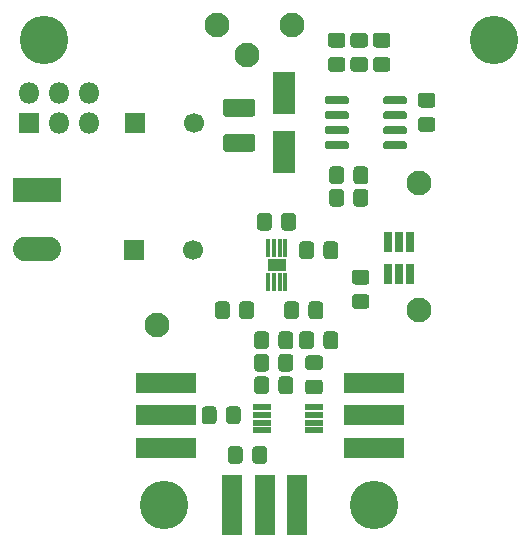
<source format=gbr>
%TF.GenerationSoftware,KiCad,Pcbnew,(5.1.6-0-10_14)*%
%TF.CreationDate,2021-01-28T16:47:55-08:00*%
%TF.ProjectId,TIADevBoard,54494144-6576-4426-9f61-72642e6b6963,rev?*%
%TF.SameCoordinates,Original*%
%TF.FileFunction,Soldermask,Top*%
%TF.FilePolarity,Negative*%
%FSLAX46Y46*%
G04 Gerber Fmt 4.6, Leading zero omitted, Abs format (unit mm)*
G04 Created by KiCad (PCBNEW (5.1.6-0-10_14)) date 2021-01-28 16:47:55*
%MOMM*%
%LPD*%
G01*
G04 APERTURE LIST*
%ADD10R,1.700000X5.180000*%
%ADD11O,1.800000X1.800000*%
%ADD12R,1.800000X1.800000*%
%ADD13C,2.100000*%
%ADD14R,1.600000X1.100000*%
%ADD15R,0.380000X1.500000*%
%ADD16R,0.400000X1.500000*%
%ADD17O,4.060000X2.080000*%
%ADD18R,4.060000X2.080000*%
%ADD19R,0.750000X1.660000*%
%ADD20R,1.550000X0.550000*%
%ADD21R,5.180000X1.700000*%
%ADD22C,4.100000*%
%ADD23R,1.900000X3.600000*%
%ADD24C,1.700000*%
%ADD25R,1.700000X1.700000*%
G04 APERTURE END LIST*
D10*
%TO.C,J5*%
X95099000Y-109225500D03*
X89559000Y-109225500D03*
X92329000Y-109225500D03*
%TD*%
D11*
%TO.C,J4*%
X77470000Y-74295000D03*
X77470000Y-76835000D03*
X74930000Y-74295000D03*
X74930000Y-76835000D03*
X72390000Y-74295000D03*
D12*
X72390000Y-76835000D03*
%TD*%
D13*
%TO.C,TP6*%
X88265000Y-68580000D03*
%TD*%
%TO.C,TP5*%
X105410000Y-81915000D03*
%TD*%
%TO.C,TP4*%
X83185000Y-93980000D03*
%TD*%
%TO.C,TP3*%
X90805000Y-71120000D03*
%TD*%
%TO.C,TP2*%
X94615000Y-68580000D03*
%TD*%
%TO.C,TP1*%
X105410000Y-92710000D03*
%TD*%
%TO.C,C13*%
G36*
G01*
X99978738Y-91341000D02*
X100935262Y-91341000D01*
G75*
G02*
X101207000Y-91612738I0J-271738D01*
G01*
X101207000Y-92319262D01*
G75*
G02*
X100935262Y-92591000I-271738J0D01*
G01*
X99978738Y-92591000D01*
G75*
G02*
X99707000Y-92319262I0J271738D01*
G01*
X99707000Y-91612738D01*
G75*
G02*
X99978738Y-91341000I271738J0D01*
G01*
G37*
G36*
G01*
X99978738Y-89291000D02*
X100935262Y-89291000D01*
G75*
G02*
X101207000Y-89562738I0J-271738D01*
G01*
X101207000Y-90269262D01*
G75*
G02*
X100935262Y-90541000I-271738J0D01*
G01*
X99978738Y-90541000D01*
G75*
G02*
X99707000Y-90269262I0J271738D01*
G01*
X99707000Y-89562738D01*
G75*
G02*
X99978738Y-89291000I271738J0D01*
G01*
G37*
%TD*%
D14*
%TO.C,U4*%
X93345000Y-88900000D03*
D15*
X92595000Y-87475000D03*
X93095000Y-87475000D03*
X93595000Y-87475000D03*
X94095000Y-87475000D03*
X94095000Y-90325000D03*
X93595000Y-90325000D03*
X93095000Y-90325000D03*
D16*
X92595000Y-90325000D03*
%TD*%
%TO.C,C12*%
G36*
G01*
X90477500Y-104487238D02*
X90477500Y-105443762D01*
G75*
G02*
X90205762Y-105715500I-271738J0D01*
G01*
X89499238Y-105715500D01*
G75*
G02*
X89227500Y-105443762I0J271738D01*
G01*
X89227500Y-104487238D01*
G75*
G02*
X89499238Y-104215500I271738J0D01*
G01*
X90205762Y-104215500D01*
G75*
G02*
X90477500Y-104487238I0J-271738D01*
G01*
G37*
G36*
G01*
X92527500Y-104487238D02*
X92527500Y-105443762D01*
G75*
G02*
X92255762Y-105715500I-271738J0D01*
G01*
X91549238Y-105715500D01*
G75*
G02*
X91277500Y-105443762I0J271738D01*
G01*
X91277500Y-104487238D01*
G75*
G02*
X91549238Y-104215500I271738J0D01*
G01*
X92255762Y-104215500D01*
G75*
G02*
X92527500Y-104487238I0J-271738D01*
G01*
G37*
%TD*%
%TO.C,C11*%
G36*
G01*
X96041738Y-98580000D02*
X96998262Y-98580000D01*
G75*
G02*
X97270000Y-98851738I0J-271738D01*
G01*
X97270000Y-99558262D01*
G75*
G02*
X96998262Y-99830000I-271738J0D01*
G01*
X96041738Y-99830000D01*
G75*
G02*
X95770000Y-99558262I0J271738D01*
G01*
X95770000Y-98851738D01*
G75*
G02*
X96041738Y-98580000I271738J0D01*
G01*
G37*
G36*
G01*
X96041738Y-96530000D02*
X96998262Y-96530000D01*
G75*
G02*
X97270000Y-96801738I0J-271738D01*
G01*
X97270000Y-97508262D01*
G75*
G02*
X96998262Y-97780000I-271738J0D01*
G01*
X96041738Y-97780000D01*
G75*
G02*
X95770000Y-97508262I0J271738D01*
G01*
X95770000Y-96801738D01*
G75*
G02*
X96041738Y-96530000I271738J0D01*
G01*
G37*
%TD*%
D17*
%TO.C,J1*%
X73025000Y-87550000D03*
D18*
X73025000Y-82550000D03*
%TD*%
D19*
%TO.C,U3*%
X103693000Y-86962000D03*
X102743000Y-86962000D03*
X104643000Y-86962000D03*
X104643000Y-89662000D03*
X103693000Y-89662000D03*
X102743000Y-89662000D03*
%TD*%
D20*
%TO.C,U2*%
X96475000Y-100935000D03*
X96475000Y-101585000D03*
X96475000Y-102235000D03*
X96475000Y-102885000D03*
X92075000Y-102885000D03*
X92075000Y-102235000D03*
X92075000Y-101585000D03*
X92075000Y-100935000D03*
%TD*%
%TO.C,U1*%
G36*
G01*
X102350000Y-75105000D02*
X102350000Y-74755000D01*
G75*
G02*
X102525000Y-74580000I175000J0D01*
G01*
X104225000Y-74580000D01*
G75*
G02*
X104400000Y-74755000I0J-175000D01*
G01*
X104400000Y-75105000D01*
G75*
G02*
X104225000Y-75280000I-175000J0D01*
G01*
X102525000Y-75280000D01*
G75*
G02*
X102350000Y-75105000I0J175000D01*
G01*
G37*
G36*
G01*
X102350000Y-76375000D02*
X102350000Y-76025000D01*
G75*
G02*
X102525000Y-75850000I175000J0D01*
G01*
X104225000Y-75850000D01*
G75*
G02*
X104400000Y-76025000I0J-175000D01*
G01*
X104400000Y-76375000D01*
G75*
G02*
X104225000Y-76550000I-175000J0D01*
G01*
X102525000Y-76550000D01*
G75*
G02*
X102350000Y-76375000I0J175000D01*
G01*
G37*
G36*
G01*
X102350000Y-77645000D02*
X102350000Y-77295000D01*
G75*
G02*
X102525000Y-77120000I175000J0D01*
G01*
X104225000Y-77120000D01*
G75*
G02*
X104400000Y-77295000I0J-175000D01*
G01*
X104400000Y-77645000D01*
G75*
G02*
X104225000Y-77820000I-175000J0D01*
G01*
X102525000Y-77820000D01*
G75*
G02*
X102350000Y-77645000I0J175000D01*
G01*
G37*
G36*
G01*
X102350000Y-78915000D02*
X102350000Y-78565000D01*
G75*
G02*
X102525000Y-78390000I175000J0D01*
G01*
X104225000Y-78390000D01*
G75*
G02*
X104400000Y-78565000I0J-175000D01*
G01*
X104400000Y-78915000D01*
G75*
G02*
X104225000Y-79090000I-175000J0D01*
G01*
X102525000Y-79090000D01*
G75*
G02*
X102350000Y-78915000I0J175000D01*
G01*
G37*
G36*
G01*
X97400000Y-78915000D02*
X97400000Y-78565000D01*
G75*
G02*
X97575000Y-78390000I175000J0D01*
G01*
X99275000Y-78390000D01*
G75*
G02*
X99450000Y-78565000I0J-175000D01*
G01*
X99450000Y-78915000D01*
G75*
G02*
X99275000Y-79090000I-175000J0D01*
G01*
X97575000Y-79090000D01*
G75*
G02*
X97400000Y-78915000I0J175000D01*
G01*
G37*
G36*
G01*
X97400000Y-77645000D02*
X97400000Y-77295000D01*
G75*
G02*
X97575000Y-77120000I175000J0D01*
G01*
X99275000Y-77120000D01*
G75*
G02*
X99450000Y-77295000I0J-175000D01*
G01*
X99450000Y-77645000D01*
G75*
G02*
X99275000Y-77820000I-175000J0D01*
G01*
X97575000Y-77820000D01*
G75*
G02*
X97400000Y-77645000I0J175000D01*
G01*
G37*
G36*
G01*
X97400000Y-76375000D02*
X97400000Y-76025000D01*
G75*
G02*
X97575000Y-75850000I175000J0D01*
G01*
X99275000Y-75850000D01*
G75*
G02*
X99450000Y-76025000I0J-175000D01*
G01*
X99450000Y-76375000D01*
G75*
G02*
X99275000Y-76550000I-175000J0D01*
G01*
X97575000Y-76550000D01*
G75*
G02*
X97400000Y-76375000I0J175000D01*
G01*
G37*
G36*
G01*
X97400000Y-75105000D02*
X97400000Y-74755000D01*
G75*
G02*
X97575000Y-74580000I175000J0D01*
G01*
X99275000Y-74580000D01*
G75*
G02*
X99450000Y-74755000I0J-175000D01*
G01*
X99450000Y-75105000D01*
G75*
G02*
X99275000Y-75280000I-175000J0D01*
G01*
X97575000Y-75280000D01*
G75*
G02*
X97400000Y-75105000I0J175000D01*
G01*
G37*
%TD*%
%TO.C,RSNS1*%
G36*
G01*
X105566738Y-76355000D02*
X106523262Y-76355000D01*
G75*
G02*
X106795000Y-76626738I0J-271738D01*
G01*
X106795000Y-77333262D01*
G75*
G02*
X106523262Y-77605000I-271738J0D01*
G01*
X105566738Y-77605000D01*
G75*
G02*
X105295000Y-77333262I0J271738D01*
G01*
X105295000Y-76626738D01*
G75*
G02*
X105566738Y-76355000I271738J0D01*
G01*
G37*
G36*
G01*
X105566738Y-74305000D02*
X106523262Y-74305000D01*
G75*
G02*
X106795000Y-74576738I0J-271738D01*
G01*
X106795000Y-75283262D01*
G75*
G02*
X106523262Y-75555000I-271738J0D01*
G01*
X105566738Y-75555000D01*
G75*
G02*
X105295000Y-75283262I0J271738D01*
G01*
X105295000Y-74576738D01*
G75*
G02*
X105566738Y-74305000I271738J0D01*
G01*
G37*
%TD*%
%TO.C,R6*%
G36*
G01*
X93500000Y-95728262D02*
X93500000Y-94771738D01*
G75*
G02*
X93771738Y-94500000I271738J0D01*
G01*
X94478262Y-94500000D01*
G75*
G02*
X94750000Y-94771738I0J-271738D01*
G01*
X94750000Y-95728262D01*
G75*
G02*
X94478262Y-96000000I-271738J0D01*
G01*
X93771738Y-96000000D01*
G75*
G02*
X93500000Y-95728262I0J271738D01*
G01*
G37*
G36*
G01*
X91450000Y-95728262D02*
X91450000Y-94771738D01*
G75*
G02*
X91721738Y-94500000I271738J0D01*
G01*
X92428262Y-94500000D01*
G75*
G02*
X92700000Y-94771738I0J-271738D01*
G01*
X92700000Y-95728262D01*
G75*
G02*
X92428262Y-96000000I-271738J0D01*
G01*
X91721738Y-96000000D01*
G75*
G02*
X91450000Y-95728262I0J271738D01*
G01*
G37*
%TD*%
%TO.C,R5*%
G36*
G01*
X93500000Y-99538262D02*
X93500000Y-98581738D01*
G75*
G02*
X93771738Y-98310000I271738J0D01*
G01*
X94478262Y-98310000D01*
G75*
G02*
X94750000Y-98581738I0J-271738D01*
G01*
X94750000Y-99538262D01*
G75*
G02*
X94478262Y-99810000I-271738J0D01*
G01*
X93771738Y-99810000D01*
G75*
G02*
X93500000Y-99538262I0J271738D01*
G01*
G37*
G36*
G01*
X91450000Y-99538262D02*
X91450000Y-98581738D01*
G75*
G02*
X91721738Y-98310000I271738J0D01*
G01*
X92428262Y-98310000D01*
G75*
G02*
X92700000Y-98581738I0J-271738D01*
G01*
X92700000Y-99538262D01*
G75*
G02*
X92428262Y-99810000I-271738J0D01*
G01*
X91721738Y-99810000D01*
G75*
G02*
X91450000Y-99538262I0J271738D01*
G01*
G37*
%TD*%
%TO.C,R4*%
G36*
G01*
X88255000Y-101121738D02*
X88255000Y-102078262D01*
G75*
G02*
X87983262Y-102350000I-271738J0D01*
G01*
X87276738Y-102350000D01*
G75*
G02*
X87005000Y-102078262I0J271738D01*
G01*
X87005000Y-101121738D01*
G75*
G02*
X87276738Y-100850000I271738J0D01*
G01*
X87983262Y-100850000D01*
G75*
G02*
X88255000Y-101121738I0J-271738D01*
G01*
G37*
G36*
G01*
X90305000Y-101121738D02*
X90305000Y-102078262D01*
G75*
G02*
X90033262Y-102350000I-271738J0D01*
G01*
X89326738Y-102350000D01*
G75*
G02*
X89055000Y-102078262I0J271738D01*
G01*
X89055000Y-101121738D01*
G75*
G02*
X89326738Y-100850000I271738J0D01*
G01*
X90033262Y-100850000D01*
G75*
G02*
X90305000Y-101121738I0J-271738D01*
G01*
G37*
%TD*%
%TO.C,R3*%
G36*
G01*
X98903262Y-70475000D02*
X97946738Y-70475000D01*
G75*
G02*
X97675000Y-70203262I0J271738D01*
G01*
X97675000Y-69496738D01*
G75*
G02*
X97946738Y-69225000I271738J0D01*
G01*
X98903262Y-69225000D01*
G75*
G02*
X99175000Y-69496738I0J-271738D01*
G01*
X99175000Y-70203262D01*
G75*
G02*
X98903262Y-70475000I-271738J0D01*
G01*
G37*
G36*
G01*
X98903262Y-72525000D02*
X97946738Y-72525000D01*
G75*
G02*
X97675000Y-72253262I0J271738D01*
G01*
X97675000Y-71546738D01*
G75*
G02*
X97946738Y-71275000I271738J0D01*
G01*
X98903262Y-71275000D01*
G75*
G02*
X99175000Y-71546738I0J-271738D01*
G01*
X99175000Y-72253262D01*
G75*
G02*
X98903262Y-72525000I-271738J0D01*
G01*
G37*
%TD*%
%TO.C,R2*%
G36*
G01*
X102713262Y-70475000D02*
X101756738Y-70475000D01*
G75*
G02*
X101485000Y-70203262I0J271738D01*
G01*
X101485000Y-69496738D01*
G75*
G02*
X101756738Y-69225000I271738J0D01*
G01*
X102713262Y-69225000D01*
G75*
G02*
X102985000Y-69496738I0J-271738D01*
G01*
X102985000Y-70203262D01*
G75*
G02*
X102713262Y-70475000I-271738J0D01*
G01*
G37*
G36*
G01*
X102713262Y-72525000D02*
X101756738Y-72525000D01*
G75*
G02*
X101485000Y-72253262I0J271738D01*
G01*
X101485000Y-71546738D01*
G75*
G02*
X101756738Y-71275000I271738J0D01*
G01*
X102713262Y-71275000D01*
G75*
G02*
X102985000Y-71546738I0J-271738D01*
G01*
X102985000Y-72253262D01*
G75*
G02*
X102713262Y-72525000I-271738J0D01*
G01*
G37*
%TD*%
%TO.C,R1*%
G36*
G01*
X99851738Y-71275000D02*
X100808262Y-71275000D01*
G75*
G02*
X101080000Y-71546738I0J-271738D01*
G01*
X101080000Y-72253262D01*
G75*
G02*
X100808262Y-72525000I-271738J0D01*
G01*
X99851738Y-72525000D01*
G75*
G02*
X99580000Y-72253262I0J271738D01*
G01*
X99580000Y-71546738D01*
G75*
G02*
X99851738Y-71275000I271738J0D01*
G01*
G37*
G36*
G01*
X99851738Y-69225000D02*
X100808262Y-69225000D01*
G75*
G02*
X101080000Y-69496738I0J-271738D01*
G01*
X101080000Y-70203262D01*
G75*
G02*
X100808262Y-70475000I-271738J0D01*
G01*
X99851738Y-70475000D01*
G75*
G02*
X99580000Y-70203262I0J271738D01*
G01*
X99580000Y-69496738D01*
G75*
G02*
X99851738Y-69225000I271738J0D01*
G01*
G37*
%TD*%
%TO.C,L1*%
G36*
G01*
X89062544Y-77777500D02*
X91277456Y-77777500D01*
G75*
G02*
X91545000Y-78045044I0J-267544D01*
G01*
X91545000Y-79034956D01*
G75*
G02*
X91277456Y-79302500I-267544J0D01*
G01*
X89062544Y-79302500D01*
G75*
G02*
X88795000Y-79034956I0J267544D01*
G01*
X88795000Y-78045044D01*
G75*
G02*
X89062544Y-77777500I267544J0D01*
G01*
G37*
G36*
G01*
X89062544Y-74802500D02*
X91277456Y-74802500D01*
G75*
G02*
X91545000Y-75070044I0J-267544D01*
G01*
X91545000Y-76059956D01*
G75*
G02*
X91277456Y-76327500I-267544J0D01*
G01*
X89062544Y-76327500D01*
G75*
G02*
X88795000Y-76059956I0J267544D01*
G01*
X88795000Y-75070044D01*
G75*
G02*
X89062544Y-74802500I267544J0D01*
G01*
G37*
%TD*%
D21*
%TO.C,J3*%
X101600000Y-98830000D03*
X101600000Y-104370000D03*
X101600000Y-101600000D03*
%TD*%
%TO.C,J2*%
X84005000Y-104370000D03*
X84005000Y-98830000D03*
X84005000Y-101600000D03*
%TD*%
D22*
%TO.C,H4*%
X83820000Y-109220000D03*
%TD*%
%TO.C,H3*%
X101600000Y-109220000D03*
%TD*%
%TO.C,H2*%
X111760000Y-69850000D03*
%TD*%
%TO.C,H1*%
X73660000Y-69850000D03*
%TD*%
D23*
%TO.C,D1*%
X93980000Y-79335000D03*
X93980000Y-74335000D03*
%TD*%
%TO.C,C10*%
G36*
G01*
X97310000Y-95728262D02*
X97310000Y-94771738D01*
G75*
G02*
X97581738Y-94500000I271738J0D01*
G01*
X98288262Y-94500000D01*
G75*
G02*
X98560000Y-94771738I0J-271738D01*
G01*
X98560000Y-95728262D01*
G75*
G02*
X98288262Y-96000000I-271738J0D01*
G01*
X97581738Y-96000000D01*
G75*
G02*
X97310000Y-95728262I0J271738D01*
G01*
G37*
G36*
G01*
X95260000Y-95728262D02*
X95260000Y-94771738D01*
G75*
G02*
X95531738Y-94500000I271738J0D01*
G01*
X96238262Y-94500000D01*
G75*
G02*
X96510000Y-94771738I0J-271738D01*
G01*
X96510000Y-95728262D01*
G75*
G02*
X96238262Y-96000000I-271738J0D01*
G01*
X95531738Y-96000000D01*
G75*
G02*
X95260000Y-95728262I0J271738D01*
G01*
G37*
%TD*%
%TO.C,C9*%
G36*
G01*
X93500000Y-97633262D02*
X93500000Y-96676738D01*
G75*
G02*
X93771738Y-96405000I271738J0D01*
G01*
X94478262Y-96405000D01*
G75*
G02*
X94750000Y-96676738I0J-271738D01*
G01*
X94750000Y-97633262D01*
G75*
G02*
X94478262Y-97905000I-271738J0D01*
G01*
X93771738Y-97905000D01*
G75*
G02*
X93500000Y-97633262I0J271738D01*
G01*
G37*
G36*
G01*
X91450000Y-97633262D02*
X91450000Y-96676738D01*
G75*
G02*
X91721738Y-96405000I271738J0D01*
G01*
X92428262Y-96405000D01*
G75*
G02*
X92700000Y-96676738I0J-271738D01*
G01*
X92700000Y-97633262D01*
G75*
G02*
X92428262Y-97905000I-271738J0D01*
G01*
X91721738Y-97905000D01*
G75*
G02*
X91450000Y-97633262I0J271738D01*
G01*
G37*
%TD*%
%TO.C,C8*%
G36*
G01*
X89380000Y-92231738D02*
X89380000Y-93188262D01*
G75*
G02*
X89108262Y-93460000I-271738J0D01*
G01*
X88401738Y-93460000D01*
G75*
G02*
X88130000Y-93188262I0J271738D01*
G01*
X88130000Y-92231738D01*
G75*
G02*
X88401738Y-91960000I271738J0D01*
G01*
X89108262Y-91960000D01*
G75*
G02*
X89380000Y-92231738I0J-271738D01*
G01*
G37*
G36*
G01*
X91430000Y-92231738D02*
X91430000Y-93188262D01*
G75*
G02*
X91158262Y-93460000I-271738J0D01*
G01*
X90451738Y-93460000D01*
G75*
G02*
X90180000Y-93188262I0J271738D01*
G01*
X90180000Y-92231738D01*
G75*
G02*
X90451738Y-91960000I271738J0D01*
G01*
X91158262Y-91960000D01*
G75*
G02*
X91430000Y-92231738I0J-271738D01*
G01*
G37*
%TD*%
%TO.C,C7*%
G36*
G01*
X96040000Y-93188262D02*
X96040000Y-92231738D01*
G75*
G02*
X96311738Y-91960000I271738J0D01*
G01*
X97018262Y-91960000D01*
G75*
G02*
X97290000Y-92231738I0J-271738D01*
G01*
X97290000Y-93188262D01*
G75*
G02*
X97018262Y-93460000I-271738J0D01*
G01*
X96311738Y-93460000D01*
G75*
G02*
X96040000Y-93188262I0J271738D01*
G01*
G37*
G36*
G01*
X93990000Y-93188262D02*
X93990000Y-92231738D01*
G75*
G02*
X94261738Y-91960000I271738J0D01*
G01*
X94968262Y-91960000D01*
G75*
G02*
X95240000Y-92231738I0J-271738D01*
G01*
X95240000Y-93188262D01*
G75*
G02*
X94968262Y-93460000I-271738J0D01*
G01*
X94261738Y-93460000D01*
G75*
G02*
X93990000Y-93188262I0J271738D01*
G01*
G37*
%TD*%
%TO.C,C6*%
G36*
G01*
X93736000Y-85695262D02*
X93736000Y-84738738D01*
G75*
G02*
X94007738Y-84467000I271738J0D01*
G01*
X94714262Y-84467000D01*
G75*
G02*
X94986000Y-84738738I0J-271738D01*
G01*
X94986000Y-85695262D01*
G75*
G02*
X94714262Y-85967000I-271738J0D01*
G01*
X94007738Y-85967000D01*
G75*
G02*
X93736000Y-85695262I0J271738D01*
G01*
G37*
G36*
G01*
X91686000Y-85695262D02*
X91686000Y-84738738D01*
G75*
G02*
X91957738Y-84467000I271738J0D01*
G01*
X92664262Y-84467000D01*
G75*
G02*
X92936000Y-84738738I0J-271738D01*
G01*
X92936000Y-85695262D01*
G75*
G02*
X92664262Y-85967000I-271738J0D01*
G01*
X91957738Y-85967000D01*
G75*
G02*
X91686000Y-85695262I0J271738D01*
G01*
G37*
%TD*%
%TO.C,C5*%
G36*
G01*
X97310000Y-88108262D02*
X97310000Y-87151738D01*
G75*
G02*
X97581738Y-86880000I271738J0D01*
G01*
X98288262Y-86880000D01*
G75*
G02*
X98560000Y-87151738I0J-271738D01*
G01*
X98560000Y-88108262D01*
G75*
G02*
X98288262Y-88380000I-271738J0D01*
G01*
X97581738Y-88380000D01*
G75*
G02*
X97310000Y-88108262I0J271738D01*
G01*
G37*
G36*
G01*
X95260000Y-88108262D02*
X95260000Y-87151738D01*
G75*
G02*
X95531738Y-86880000I271738J0D01*
G01*
X96238262Y-86880000D01*
G75*
G02*
X96510000Y-87151738I0J-271738D01*
G01*
X96510000Y-88108262D01*
G75*
G02*
X96238262Y-88380000I-271738J0D01*
G01*
X95531738Y-88380000D01*
G75*
G02*
X95260000Y-88108262I0J271738D01*
G01*
G37*
%TD*%
%TO.C,C4*%
G36*
G01*
X99050000Y-80801738D02*
X99050000Y-81758262D01*
G75*
G02*
X98778262Y-82030000I-271738J0D01*
G01*
X98071738Y-82030000D01*
G75*
G02*
X97800000Y-81758262I0J271738D01*
G01*
X97800000Y-80801738D01*
G75*
G02*
X98071738Y-80530000I271738J0D01*
G01*
X98778262Y-80530000D01*
G75*
G02*
X99050000Y-80801738I0J-271738D01*
G01*
G37*
G36*
G01*
X101100000Y-80801738D02*
X101100000Y-81758262D01*
G75*
G02*
X100828262Y-82030000I-271738J0D01*
G01*
X100121738Y-82030000D01*
G75*
G02*
X99850000Y-81758262I0J271738D01*
G01*
X99850000Y-80801738D01*
G75*
G02*
X100121738Y-80530000I271738J0D01*
G01*
X100828262Y-80530000D01*
G75*
G02*
X101100000Y-80801738I0J-271738D01*
G01*
G37*
%TD*%
D24*
%TO.C,C3*%
X86280000Y-87630000D03*
D25*
X81280000Y-87630000D03*
%TD*%
%TO.C,C2*%
G36*
G01*
X99850000Y-83663262D02*
X99850000Y-82706738D01*
G75*
G02*
X100121738Y-82435000I271738J0D01*
G01*
X100828262Y-82435000D01*
G75*
G02*
X101100000Y-82706738I0J-271738D01*
G01*
X101100000Y-83663262D01*
G75*
G02*
X100828262Y-83935000I-271738J0D01*
G01*
X100121738Y-83935000D01*
G75*
G02*
X99850000Y-83663262I0J271738D01*
G01*
G37*
G36*
G01*
X97800000Y-83663262D02*
X97800000Y-82706738D01*
G75*
G02*
X98071738Y-82435000I271738J0D01*
G01*
X98778262Y-82435000D01*
G75*
G02*
X99050000Y-82706738I0J-271738D01*
G01*
X99050000Y-83663262D01*
G75*
G02*
X98778262Y-83935000I-271738J0D01*
G01*
X98071738Y-83935000D01*
G75*
G02*
X97800000Y-83663262I0J271738D01*
G01*
G37*
%TD*%
D24*
%TO.C,C1*%
X86360000Y-76835000D03*
D25*
X81360000Y-76835000D03*
%TD*%
M02*

</source>
